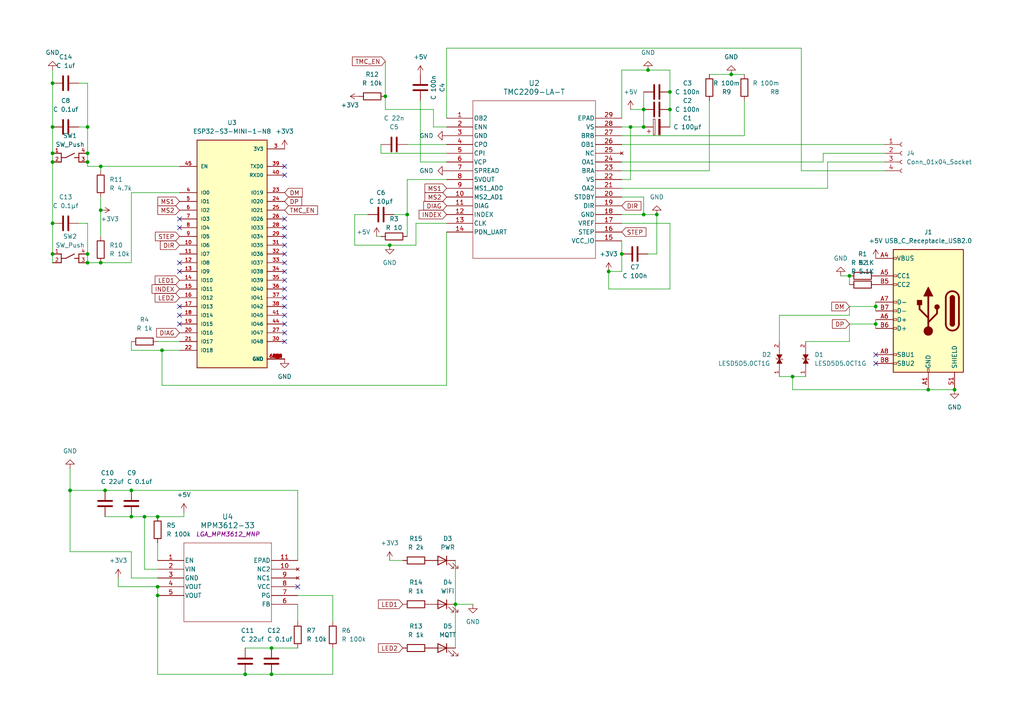
<source format=kicad_sch>
(kicad_sch (version 20230121) (generator eeschema)
  (paper "A4")
  (title_block (title "ESP 32 stepper motor driver") (date "2025-03-13") (rev "0.1"))
  (lib_symbols
    (symbol "Connector:Conn_01x04_Socket" (pin_names (offset 1.016) hide)
      (property "Reference" "J" (at 0 5.08 0))
      (property "Value" "Conn_01x04_Socket" (at 0 -7.62 0))
      (symbol "Conn_01x04_Socket_1_1"
        (arc (start 0 -4.572) (mid -0.5058 -5.08) (end 0 -5.588) (stroke (width 0.1524)))
        (arc (start 0 -2.032) (mid -0.5058 -2.54) (end 0 -3.048) (stroke (width 0.1524)))
        (polyline (pts (xy -1.27 -5.08) (xy -0.508 -5.08)) (stroke (width 0.1524)))
        (polyline (pts (xy -1.27 -2.54) (xy -0.508 -2.54)) (stroke (width 0.1524)))
        (polyline (pts (xy -1.27 0) (xy -0.508 0)) (stroke (width 0.1524)))
        (polyline (pts (xy -1.27 2.54) (xy -0.508 2.54)) (stroke (width 0.1524)))
        (arc (start 0 0.508) (mid -0.5058 0) (end 0 -0.508) (stroke (width 0.1524)))
        (arc (start 0 3.048) (mid -0.5058 2.54) (end 0 2.032) (stroke (width 0.1524)))
        (pin passive line (at -5.08 2.54 0) (length 3.81) (name "Pin_1") (number "1"))
        (pin passive line (at -5.08 0 0) (length 3.81) (name "Pin_2") (number "2"))
        (pin passive line (at -5.08 -2.54 0) (length 3.81) (name "Pin_3") (number "3"))
        (pin passive line (at -5.08 -5.08 0) (length 3.81) (name "Pin_4") (number "4"))
      )
    )
    (symbol "Connector:USB_C_Receptacle_USB2.0" (pin_names (offset 1.016))
      (property "Reference" "J" (at -10.16 19.05 0))
      (property "Value" "USB_C_Receptacle_USB2.0" (at 19.05 19.05 0))
      (symbol "USB_C_Receptacle_USB2.0_0_0"
        (rectangle (start -0.254 -17.78) (end 0.254 -16.764))
        (rectangle (start 10.16 -14.986) (end 9.144 -15.494))
        (rectangle (start 10.16 -12.446) (end 9.144 -12.954))
        (rectangle (start 10.16 -4.826) (end 9.144 -5.334))
        (rectangle (start 10.16 -2.286) (end 9.144 -2.794))
        (rectangle (start 10.16 0.254) (end 9.144 -0.254))
        (rectangle (start 10.16 2.794) (end 9.144 2.286))
        (rectangle (start 10.16 7.874) (end 9.144 7.366))
        (rectangle (start 10.16 10.414) (end 9.144 9.906))
        (rectangle (start 10.16 15.494) (end 9.144 14.986))
      )
      (symbol "USB_C_Receptacle_USB2.0_0_1"
        (rectangle (start -10.16 17.78) (end 10.16 -17.78) (stroke (width 0.254)) (fill (type background)))
        (arc (start -8.89 -3.81) (mid -6.985 -5.7067) (end -5.08 -3.81) (stroke (width 0.508)))
        (arc (start -7.62 -3.81) (mid -6.985 -4.4423) (end -6.35 -3.81) (stroke (width 0.254)))
        (arc (start -7.62 -3.81) (mid -6.985 -4.4423) (end -6.35 -3.81) (stroke (width 0.254)) (fill (type outline)))
        (rectangle (start -7.62 -3.81) (end -6.35 3.81) (stroke (width 0.254)) (fill (type outline)))
        (arc (start -6.35 3.81) (mid -6.985 4.4423) (end -7.62 3.81) (stroke (width 0.254)))
        (arc (start -6.35 3.81) (mid -6.985 4.4423) (end -7.62 3.81) (stroke (width 0.254)) (fill (type outline)))
        (arc (start -5.08 3.81) (mid -6.985 5.7067) (end -8.89 3.81) (stroke (width 0.508)))
        (circle (center -2.54 1.143) (radius 0.635) (stroke (width 0.254)) (fill (type outline)))
        (circle (center 0 -5.842) (radius 1.27) (fill (type outline)))
        (polyline (pts (xy -8.89 -3.81) (xy -8.89 3.81)) (stroke (width 0.508)))
        (polyline (pts (xy -5.08 3.81) (xy -5.08 -3.81)) (stroke (width 0.508)))
        (polyline (pts (xy 0 -5.842) (xy 0 4.318)) (stroke (width 0.508)))
        (polyline (pts (xy 0 -3.302) (xy -2.54 -0.762) (xy -2.54 0.508)) (stroke (width 0.508)))
        (polyline (pts (xy 0 -2.032) (xy 2.54 0.508) (xy 2.54 1.778)) (stroke (width 0.508)))
        (polyline (pts (xy -1.27 4.318) (xy 0 6.858) (xy 1.27 4.318) (xy -1.27 4.318)) (stroke (width 0.254)) (fill (type outline)))
        (rectangle (start 1.905 1.778) (end 3.175 3.048) (stroke (width 0.254)) (fill (type outline)))
      )
      (symbol "USB_C_Receptacle_USB2.0_1_1"
        (pin passive line (at 0 -22.86 90) (length 5.08) (name "GND") (number "A1"))
        (pin passive line (at 0 -22.86 90) (length 5.08) hide (name "GND") (number "A12"))
        (pin passive line (at 15.24 15.24 180) (length 5.08) (name "VBUS") (number "A4"))
        (pin bidirectional line (at 15.24 10.16 180) (length 5.08) (name "CC1") (number "A5"))
        (pin bidirectional line (at 15.24 -2.54 180) (length 5.08) (name "D+") (number "A6"))
        (pin bidirectional line (at 15.24 2.54 180) (length 5.08) (name "D-") (number "A7"))
        (pin bidirectional line (at 15.24 -12.7 180) (length 5.08) (name "SBU1") (number "A8"))
        (pin passive line (at 15.24 15.24 180) (length 5.08) hide (name "VBUS") (number "A9"))
        (pin passive line (at 0 -22.86 90) (length 5.08) hide (name "GND") (number "B1"))
        (pin passive line (at 0 -22.86 90) (length 5.08) hide (name "GND") (number "B12"))
        (pin passive line (at 15.24 15.24 180) (length 5.08) hide (name "VBUS") (number "B4"))
        (pin bidirectional line (at 15.24 7.62 180) (length 5.08) (name "CC2") (number "B5"))
        (pin bidirectional line (at 15.24 -5.08 180) (length 5.08) (name "D+") (number "B6"))
        (pin bidirectional line (at 15.24 0 180) (length 5.08) (name "D-") (number "B7"))
        (pin bidirectional line (at 15.24 -15.24 180) (length 5.08) (name "SBU2") (number "B8"))
        (pin passive line (at 15.24 15.24 180) (length 5.08) hide (name "VBUS") (number "B9"))
        (pin passive line (at -7.62 -22.86 90) (length 5.08) (name "SHIELD") (number "S1"))
      )
    )
    (symbol "Device:C" (pin_numbers hide) (pin_names (offset 0.254))
      (property "Reference" "C" (at 0.635 2.54 0))
      (property "Value" "C" (at 0.635 -2.54 0))
      (symbol "C_0_1"
        (polyline (pts (xy -2.032 -0.762) (xy 2.032 -0.762)) (stroke (width 0.508)))
        (polyline (pts (xy -2.032 0.762) (xy 2.032 0.762)) (stroke (width 0.508)))
      )
      (symbol "C_1_1"
        (pin passive line (at 0 3.81 270) (length 2.794) (name "~") (number "1"))
        (pin passive line (at 0 -3.81 90) (length 2.794) (name "~") (number "2"))
      )
    )
    (symbol "Device:C_Polarized" (pin_numbers hide) (pin_names (offset 0.254))
      (property "Reference" "C" (at 0.635 2.54 0))
      (property "Value" "C_Polarized" (at 0.635 -2.54 0))
      (symbol "C_Polarized_0_1"
        (rectangle (start -2.286 0.508) (end 2.286 1.016))
        (polyline (pts (xy -1.778 2.286) (xy -0.762 2.286)))
        (polyline (pts (xy -1.27 2.794) (xy -1.27 1.778)))
        (rectangle (start 2.286 -0.508) (end -2.286 -1.016) (fill (type outline)))
      )
      (symbol "C_Polarized_1_1"
        (pin passive line (at 0 3.81 270) (length 2.794) (name "~") (number "1"))
        (pin passive line (at 0 -3.81 90) (length 2.794) (name "~") (number "2"))
      )
    )
    (symbol "Device:LED" (pin_numbers hide) (pin_names (offset 1.016) hide)
      (property "Reference" "D" (at 0 2.54 0))
      (property "Value" "LED" (at 0 -2.54 0))
      (symbol "LED_0_1"
        (polyline (pts (xy -1.27 -1.27) (xy -1.27 1.27)) (stroke (width 0.254)))
        (polyline (pts (xy -1.27 0) (xy 1.27 0)))
        (polyline (pts (xy 1.27 -1.27) (xy 1.27 1.27) (xy -1.27 0) (xy 1.27 -1.27)) (stroke (width 0.254)))
        (polyline (pts (xy -3.048 -0.762) (xy -4.572 -2.286) (xy -3.81 -2.286) (xy -4.572 -2.286) (xy -4.572 -1.524)))
        (polyline (pts (xy -1.778 -0.762) (xy -3.302 -2.286) (xy -2.54 -2.286) (xy -3.302 -2.286) (xy -3.302 -1.524)))
      )
      (symbol "LED_1_1"
        (pin passive line (at -3.81 0 0) (length 2.54) (name "K") (number "1"))
        (pin passive line (at 3.81 0 180) (length 2.54) (name "A") (number "2"))
      )
    )
    (symbol "Device:R" (pin_numbers hide) (pin_names (offset 0))
      (property "Reference" "R" (at 2.032 0 90))
      (property "Value" "R" (at 0 0 90))
      (symbol "R_0_1"
        (rectangle (start -1.016 -2.54) (end 1.016 2.54) (stroke (width 0.254)))
      )
      (symbol "R_1_1"
        (pin passive line (at 0 3.81 270) (length 1.27) (name "~") (number "1"))
        (pin passive line (at 0 -3.81 90) (length 1.27) (name "~") (number "2"))
      )
    )
    (symbol "ExtraSymbolsSproxx:ESP32-S3-MINI-1-N8" (pin_names (offset 1.016))
      (property "Reference" "U" (at -10.16 34.29 0))
      (property "Value" "ESP32-S3-MINI-1-N8" (at -10.16 -35.56 0))
      (symbol "ESP32-S3-MINI-1-N8_0_0"
        (rectangle (start -10.16 -33.02) (end 10.16 33.02) (stroke (width 0.254)) (fill (type background)))
        (pin power_in line (at 15.24 -30.48 180) (length 5.08) (name "GND") (number "1"))
        (pin bidirectional line (at -15.24 2.54 0) (length 5.08) (name "IO6") (number "10"))
        (pin bidirectional line (at -15.24 0 0) (length 5.08) (name "IO7") (number "11"))
        (pin bidirectional line (at -15.24 -2.54 0) (length 5.08) (name "IO8") (number "12"))
        (pin bidirectional line (at -15.24 -5.08 0) (length 5.08) (name "IO9") (number "13"))
        (pin bidirectional line (at -15.24 -7.62 0) (length 5.08) (name "IO10") (number "14"))
        (pin bidirectional line (at -15.24 -10.16 0) (length 5.08) (name "IO11") (number "15"))
        (pin bidirectional line (at -15.24 -12.7 0) (length 5.08) (name "IO12") (number "16"))
        (pin bidirectional line (at -15.24 -15.24 0) (length 5.08) (name "IO13") (number "17"))
        (pin bidirectional line (at -15.24 -17.78 0) (length 5.08) (name "IO14") (number "18"))
        (pin bidirectional line (at -15.24 -20.32 0) (length 5.08) (name "IO15") (number "19"))
        (pin power_in line (at 15.24 -30.48 180) (length 5.08) (name "GND") (number "2"))
        (pin bidirectional line (at -15.24 -22.86 0) (length 5.08) (name "IO16") (number "20"))
        (pin bidirectional line (at -15.24 -25.4 0) (length 5.08) (name "IO17") (number "21"))
        (pin bidirectional line (at -15.24 -27.94 0) (length 5.08) (name "IO18") (number "22"))
        (pin bidirectional line (at 15.24 17.78 180) (length 5.08) (name "IO19") (number "23"))
        (pin bidirectional line (at 15.24 15.24 180) (length 5.08) (name "IO20") (number "24"))
        (pin bidirectional line (at 15.24 12.7 180) (length 5.08) (name "IO21") (number "25"))
        (pin bidirectional line (at 15.24 10.16 180) (length 5.08) (name "IO26") (number "26"))
        (pin bidirectional line (at 15.24 -22.86 180) (length 5.08) (name "IO47") (number "27"))
        (pin bidirectional line (at 15.24 7.62 180) (length 5.08) (name "IO33") (number "28"))
        (pin bidirectional line (at 15.24 5.08 180) (length 5.08) (name "IO34") (number "29"))
        (pin power_in line (at 15.24 30.48 180) (length 5.08) (name "3V3") (number "3"))
        (pin bidirectional line (at 15.24 -25.4 180) (length 5.08) (name "IO48") (number "30"))
        (pin bidirectional line (at 15.24 2.54 180) (length 5.08) (name "IO35") (number "31"))
        (pin bidirectional line (at 15.24 0 180) (length 5.08) (name "IO36") (number "32"))
        (pin bidirectional line (at 15.24 -2.54 180) (length 5.08) (name "IO37") (number "33"))
        (pin bidirectional line (at 15.24 -5.08 180) (length 5.08) (name "IO38") (number "34"))
        (pin bidirectional line (at 15.24 -7.62 180) (length 5.08) (name "IO39") (number "35"))
        (pin bidirectional line (at 15.24 -10.16 180) (length 5.08) (name "IO40") (number "36"))
        (pin bidirectional line (at 15.24 -12.7 180) (length 5.08) (name "IO41") (number "37"))
        (pin bidirectional line (at 15.24 -15.24 180) (length 5.08) (name "IO42") (number "38"))
        (pin bidirectional line (at 15.24 25.4 180) (length 5.08) (name "TXD0") (number "39"))
        (pin bidirectional line (at -15.24 17.78 0) (length 5.08) (name "IO0") (number "4"))
        (pin bidirectional line (at 15.24 22.86 180) (length 5.08) (name "RXD0") (number "40"))
        (pin bidirectional line (at 15.24 -17.78 180) (length 5.08) (name "IO45") (number "41"))
        (pin power_in line (at 15.24 -30.48 180) (length 5.08) (name "GND") (number "42"))
        (pin power_in line (at 15.24 -30.48 180) (length 5.08) (name "GND") (number "43"))
        (pin bidirectional line (at 15.24 -20.32 180) (length 5.08) (name "IO46") (number "44"))
        (pin input line (at -15.24 25.4 0) (length 5.08) (name "EN") (number "45"))
        (pin power_in line (at 15.24 -30.48 180) (length 5.08) (name "GND") (number "46"))
        (pin power_in line (at 15.24 -30.48 180) (length 5.08) (name "GND") (number "47"))
        (pin power_in line (at 15.24 -30.48 180) (length 5.08) (name "GND") (number "48"))
        (pin power_in line (at 15.24 -30.48 180) (length 5.08) (name "GND") (number "49"))
        (pin bidirectional line (at -15.24 15.24 0) (length 5.08) (name "IO1") (number "5"))
        (pin power_in line (at 15.24 -30.48 180) (length 5.08) (name "GND") (number "50"))
        (pin power_in line (at 15.24 -30.48 180) (length 5.08) (name "GND") (number "51"))
        (pin power_in line (at 15.24 -30.48 180) (length 5.08) (name "GND") (number "52"))
        (pin power_in line (at 15.24 -30.48 180) (length 5.08) (name "GND") (number "53"))
        (pin power_in line (at 15.24 -30.48 180) (length 5.08) (name "GND") (number "54"))
        (pin power_in line (at 15.24 -30.48 180) (length 5.08) (name "GND") (number "55"))
        (pin power_in line (at 15.24 -30.48 180) (length 5.08) (name "GND") (number "56"))
        (pin power_in line (at 15.24 -30.48 180) (length 5.08) (name "GND") (number "57"))
        (pin power_in line (at 15.24 -30.48 180) (length 5.08) (name "GND") (number "58"))
        (pin power_in line (at 15.24 -30.48 180) (length 5.08) (name "GND") (number "59"))
        (pin bidirectional line (at -15.24 12.7 0) (length 5.08) (name "IO2") (number "6"))
        (pin power_in line (at 15.24 -30.48 180) (length 5.08) (name "GND") (number "60"))
        (pin power_in line (at 15.24 -30.48 180) (length 5.08) (name "GND") (number "61"))
        (pin power_in line (at 15.24 -30.48 180) (length 5.08) (name "GND") (number "61_1"))
        (pin power_in line (at 15.24 -30.48 180) (length 5.08) (name "GND") (number "61_2"))
        (pin power_in line (at 15.24 -30.48 180) (length 5.08) (name "GND") (number "61_3"))
        (pin power_in line (at 15.24 -30.48 180) (length 5.08) (name "GND") (number "61_4"))
        (pin power_in line (at 15.24 -30.48 180) (length 5.08) (name "GND") (number "61_5"))
        (pin power_in line (at 15.24 -30.48 180) (length 5.08) (name "GND") (number "61_6"))
        (pin power_in line (at 15.24 -30.48 180) (length 5.08) (name "GND") (number "61_7"))
        (pin power_in line (at 15.24 -30.48 180) (length 5.08) (name "GND") (number "61_8"))
        (pin power_in line (at 15.24 -30.48 180) (length 5.08) (name "GND") (number "62"))
        (pin power_in line (at 15.24 -30.48 180) (length 5.08) (name "GND") (number "63"))
        (pin power_in line (at 15.24 -30.48 180) (length 5.08) (name "GND") (number "64"))
        (pin power_in line (at 15.24 -30.48 180) (length 5.08) (name "GND") (number "65"))
        (pin bidirectional line (at -15.24 10.16 0) (length 5.08) (name "IO3") (number "7"))
        (pin bidirectional line (at -15.24 7.62 0) (length 5.08) (name "IO4") (number "8"))
        (pin bidirectional line (at -15.24 5.08 0) (length 5.08) (name "IO5") (number "9"))
      )
    )
    (symbol "ExtraSymbolsSproxx:LESD5D5.0CT1G" (pin_names (offset 1.016))
      (property "Reference" "D" (at -5.08 2.54 0))
      (property "Value" "LESD5D5.0CT1G" (at -5.08 -5.08 0))
      (symbol "LESD5D5.0CT1G_0_0"
        (polyline (pts (xy -1.27 0) (xy -2.54 0)) (stroke (width 0.1524)))
        (polyline (pts (xy 0 -0.762) (xy -0.254 -1.016)) (stroke (width 0.1524)))
        (polyline (pts (xy 0 -0.762) (xy 0 0.762)) (stroke (width 0.1524)))
        (polyline (pts (xy 0 0.762) (xy 0.254 1.016)) (stroke (width 0.1524)))
        (polyline (pts (xy 1.27 0) (xy 2.54 0)) (stroke (width 0.1524)))
        (polyline (pts (xy 0 0) (xy -1.27 -0.762) (xy -1.27 0.762) (xy 0 0)) (stroke (width 0.1524)) (fill (type outline)))
        (polyline (pts (xy 0 0) (xy 1.27 0.762) (xy 1.27 -0.762) (xy 0 0)) (stroke (width 0.1524)) (fill (type outline)))
        (pin passive line (at -5.08 0 0) (length 2.54) (name "~") (number "1"))
        (pin passive line (at 5.08 0 180) (length 2.54) (name "~") (number "2"))
      )
    )
    (symbol "ExtraSymbolsSproxx:MPM3612GLQ-P" (pin_names (offset 0.254))
      (property "Reference" "U" (at 20.32 10.16 0))
      (property "Value" "MPM3612GLQ-P" (at 20.32 7.62 0))
      (property "Footprint" "LGA_MPM3612_MNP" (at 0 0 0))
      (symbol "MPM3612GLQ-P_0_1"
        (polyline (pts (xy 7.62 -17.78) (xy 33.02 -17.78)) (stroke (width 0.127)))
        (polyline (pts (xy 7.62 5.08) (xy 7.62 -17.78)) (stroke (width 0.127)))
        (polyline (pts (xy 33.02 -17.78) (xy 33.02 5.08)) (stroke (width 0.127)))
        (polyline (pts (xy 33.02 5.08) (xy 7.62 5.08)) (stroke (width 0.127)))
        (pin unspecified line (at 0 0 0) (length 7.62) (name "EN") (number "1"))
        (pin no_connect line (at 40.64 -2.54 180) (length 7.62) (name "NC2") (number "10"))
        (pin power_in line (at 40.64 0 180) (length 7.62) (name "EPAD") (number "11"))
        (pin power_in line (at 0 -2.54 0) (length 7.62) (name "VIN") (number "2"))
        (pin power_in line (at 0 -5.08 0) (length 7.62) (name "GND") (number "3"))
        (pin power_in line (at 0 -7.62 0) (length 7.62) (name "VOUT") (number "4"))
        (pin power_in line (at 0 -10.16 0) (length 7.62) (name "VOUT") (number "5"))
        (pin unspecified line (at 40.64 -12.7 180) (length 7.62) (name "FB") (number "6"))
        (pin output line (at 40.64 -10.16 180) (length 7.62) (name "PG") (number "7"))
        (pin power_in line (at 40.64 -7.62 180) (length 7.62) (name "VCC") (number "8"))
        (pin no_connect line (at 40.64 -5.08 180) (length 7.62) (name "NC1") (number "9"))
      )
    )
    (symbol "ExtraSymbolsSproxx:PTS810_SJM_250_SMTR_LFS" (pin_names (offset 1.016))
      (property "Reference" "SW" (at -3.81 1.27 0))
      (property "Value" "PTS810_SJM_250_SMTR_LFS" (at -5.08 -6.35 0))
      (symbol "PTS810_SJM_250_SMTR_LFS_0_0"
        (polyline (pts (xy -2.54 -2.54) (xy -5.08 -2.54)) (stroke (width 0.254)))
        (polyline (pts (xy -2.54 -1.27) (xy -2.54 -2.54)) (stroke (width 0.254)))
        (polyline (pts (xy -2.54 -1.27) (xy -1.27 -1.27)) (stroke (width 0.254)))
        (polyline (pts (xy -2.54 0) (xy -5.08 0)) (stroke (width 0.254)))
        (polyline (pts (xy -2.54 0) (xy -2.54 -1.27)) (stroke (width 0.254)))
        (polyline (pts (xy -1.27 -1.27) (xy 1.27 0)) (stroke (width 0.254)))
        (polyline (pts (xy 1.27 -1.27) (xy 2.54 -1.27)) (stroke (width 0.254)))
        (polyline (pts (xy 2.54 -2.54) (xy 5.08 -2.54)) (stroke (width 0.254)))
        (polyline (pts (xy 2.54 -1.27) (xy 2.54 -2.54)) (stroke (width 0.254)))
        (polyline (pts (xy 2.54 0) (xy 2.54 -1.27)) (stroke (width 0.254)))
        (polyline (pts (xy 2.54 0) (xy 5.08 0)) (stroke (width 0.254)))
        (pin passive line (at -5.08 0 0) (length 2.54) (name "~") (number "1"))
        (pin passive line (at -5.08 -2.54 0) (length 2.54) (name "~") (number "2"))
        (pin passive line (at 5.08 -2.54 180) (length 2.54) (name "~") (number "3"))
        (pin passive line (at 5.08 0 180) (length 2.54) (name "~") (number "4"))
      )
    )
    (symbol "ExtraSymbolsSproxx:TMC2209-LA-T" (pin_names (offset 0.254))
      (property "Reference" "U" (at 25.4 10.16 0))
      (property "Value" "TMC2209-LA-T" (at 25.4 7.62 0))
      (symbol "TMC2209-LA-T_0_1"
        (polyline (pts (xy 7.62 -40.64) (xy 43.18 -40.64)) (stroke (width 0.127)))
        (polyline (pts (xy 7.62 5.08) (xy 7.62 -40.64)) (stroke (width 0.127)))
        (polyline (pts (xy 43.18 -40.64) (xy 43.18 5.08)) (stroke (width 0.127)))
        (polyline (pts (xy 43.18 5.08) (xy 7.62 5.08)) (stroke (width 0.127)))
        (pin output line (at 0 0 0) (length 7.62) (name "OB2") (number "1"))
        (pin input line (at 0 -22.86 0) (length 7.62) (name "MS2_AD1") (number "10"))
        (pin output line (at 0 -25.4 0) (length 7.62) (name "DIAG") (number "11"))
        (pin output line (at 0 -27.94 0) (length 7.62) (name "INDEX") (number "12"))
        (pin input line (at 0 -30.48 0) (length 7.62) (name "CLK") (number "13"))
        (pin bidirectional line (at 0 -33.02 0) (length 7.62) (name "PDN_UART") (number "14"))
        (pin power_in line (at 50.8 -35.56 180) (length 7.62) (name "VCC_IO") (number "15"))
        (pin input line (at 50.8 -33.02 180) (length 7.62) (name "STEP") (number "16"))
        (pin input line (at 50.8 -30.48 180) (length 7.62) (name "VREF") (number "17"))
        (pin power_in line (at 50.8 -27.94 180) (length 7.62) (name "GND") (number "18"))
        (pin input line (at 50.8 -25.4 180) (length 7.62) (name "DIR") (number "19"))
        (pin input line (at 0 -2.54 0) (length 7.62) (name "ENN") (number "2"))
        (pin input line (at 50.8 -22.86 180) (length 7.62) (name "STDBY") (number "20"))
        (pin output line (at 50.8 -20.32 180) (length 7.62) (name "OA2") (number "21"))
        (pin power_in line (at 50.8 -17.78 180) (length 7.62) (name "VS") (number "22"))
        (pin unspecified line (at 50.8 -15.24 180) (length 7.62) (name "BRA") (number "23"))
        (pin output line (at 50.8 -12.7 180) (length 7.62) (name "OA1") (number "24"))
        (pin no_connect line (at 50.8 -10.16 180) (length 7.62) (name "NC") (number "25"))
        (pin output line (at 50.8 -7.62 180) (length 7.62) (name "OB1") (number "26"))
        (pin unspecified line (at 50.8 -5.08 180) (length 7.62) (name "BRB") (number "27"))
        (pin power_in line (at 50.8 -2.54 180) (length 7.62) (name "VS") (number "28"))
        (pin unspecified line (at 50.8 0 180) (length 7.62) (name "EPAD") (number "29"))
        (pin power_in line (at 0 -5.08 0) (length 7.62) (name "GND") (number "3"))
        (pin output line (at 0 -7.62 0) (length 7.62) (name "CPO") (number "4"))
        (pin input line (at 0 -10.16 0) (length 7.62) (name "CPI") (number "5"))
        (pin power_in line (at 0 -12.7 0) (length 7.62) (name "VCP") (number "6"))
        (pin input line (at 0 -15.24 0) (length 7.62) (name "SPREAD") (number "7"))
        (pin output line (at 0 -17.78 0) (length 7.62) (name "5VOUT") (number "8"))
        (pin input line (at 0 -20.32 0) (length 7.62) (name "MS1_AD0") (number "9"))
      )
    )
    (symbol "power:+3V3" (power) (pin_names (offset 0))
      (property "Value" "+3V3" (at 0 3.556 0))
      (symbol "+3V3_0_1"
        (polyline (pts (xy -0.762 1.27) (xy 0 2.54)))
        (polyline (pts (xy 0 0) (xy 0 2.54)))
        (polyline (pts (xy 0 2.54) (xy 0.762 1.27)))
      )
      (symbol "+3V3_1_1"
        (pin power_in line (at 0 0 90) (length 0) hide (name "+3V3") (number "1"))
      )
    )
    (symbol "power:+5V" (power) (pin_names (offset 0))
      (property "Value" "+5V" (at 0 3.556 0))
      (symbol "+5V_0_1"
        (polyline (pts (xy -0.762 1.27) (xy 0 2.54)))
        (polyline (pts (xy 0 0) (xy 0 2.54)))
        (polyline (pts (xy 0 2.54) (xy 0.762 1.27)))
      )
      (symbol "+5V_1_1"
        (pin power_in line (at 0 0 90) (length 0) hide (name "+5V") (number "1"))
      )
    )
    (symbol "power:GND" (power) (pin_names (offset 0))
      (property "Value" "GND" (at 0 -3.81 0))
      (symbol "GND_0_1"
        (polyline (pts (xy 0 0) (xy 0 -1.27) (xy 1.27 -1.27) (xy 0 -2.54) (xy -1.27 -1.27) (xy 0 -1.27)))
      )
      (symbol "GND_1_1"
        (pin power_in line (at 0 0 270) (length 0) hide (name "GND") (number "1"))
      )
    )
  )
  (junction (at 25.4 46.99))
  (junction (at 190.5 62.23))
  (junction (at 15.24 44.45))
  (junction (at 194.31 31.75))
  (junction (at 194.31 26.67))
  (junction (at 20.32 142.24))
  (junction (at 15.24 73.66))
  (junction (at 187.96 20.32))
  (junction (at 25.4 44.45))
  (junction (at 71.12 195.58))
  (junction (at 111.76 27.94))
  (junction (at 176.53 78.74))
  (junction (at 186.69 36.83))
  (junction (at 254 93.98))
  (junction (at 269.24 113.03))
  (junction (at 132.08 175.26))
  (junction (at 15.24 64.77))
  (junction (at 229.87 109.22))
  (junction (at 29.21 48.26))
  (junction (at 113.03 71.12))
  (junction (at 38.1 149.86))
  (junction (at 182.88 36.83))
  (junction (at 25.4 73.66))
  (junction (at 38.1 142.24))
  (junction (at 45.72 149.86))
  (junction (at 180.34 73.66))
  (junction (at 45.72 172.72))
  (junction (at 186.69 62.23))
  (junction (at 212.09 21.59))
  (junction (at 186.69 31.75))
  (junction (at 254 88.9))
  (junction (at 118.11 62.23))
  (junction (at 15.24 24.13))
  (junction (at 29.21 60.96))
  (junction (at 45.72 170.18))
  (junction (at 15.24 36.83))
  (junction (at 25.4 76.2))
  (junction (at 246.38 80.01))
  (junction (at 41.91 149.86))
  (junction (at 15.24 46.99))
  (junction (at 78.74 195.58))
  (junction (at 25.4 36.83))
  (junction (at 29.21 76.2))
  (junction (at 46.99 101.6))
  (junction (at 30.48 142.24))
  (junction (at 276.86 113.03))
  (junction (at 78.74 187.96))
  (no_connect (at 52.07 66.04))
  (no_connect (at 82.55 73.66))
  (no_connect (at 82.55 99.06))
  (no_connect (at 82.55 50.8))
  (no_connect (at 82.55 48.26))
  (no_connect (at 82.55 86.36))
  (no_connect (at 82.55 76.2))
  (no_connect (at 82.55 71.12))
  (no_connect (at 52.07 88.9))
  (no_connect (at 254 102.87))
  (no_connect (at 52.07 63.5))
  (no_connect (at 82.55 93.98))
  (no_connect (at 82.55 78.74))
  (no_connect (at 52.07 76.2))
  (no_connect (at 254 105.41))
  (no_connect (at 82.55 91.44))
  (no_connect (at 82.55 81.28))
  (no_connect (at 52.07 78.74))
  (no_connect (at 82.55 66.04))
  (no_connect (at 86.36 170.18))
  (no_connect (at 82.55 83.82))
  (no_connect (at 82.55 88.9))
  (no_connect (at 52.07 91.44))
  (no_connect (at 52.07 93.98))
  (no_connect (at 82.55 63.5))
  (no_connect (at 82.55 96.52))
  (no_connect (at 82.55 68.58))
  (wire (pts (xy 180.34 57.15) (xy 186.69 57.15)))
  (wire (pts (xy 41.91 149.86) (xy 41.91 165.1)))
  (wire (pts (xy 38.1 55.88) (xy 52.07 55.88)))
  (wire (pts (xy 180.34 20.32) (xy 187.96 20.32)))
  (wire (pts (xy 176.53 83.82) (xy 176.53 78.74)))
  (wire (pts (xy 229.87 109.22) (xy 233.68 109.22)))
  (wire (pts (xy 20.32 142.24) (xy 20.32 160.02)))
  (wire (pts (xy 25.4 48.26) (xy 29.21 48.26)))
  (wire (pts (xy 232.41 49.53) (xy 256.54 49.53)))
  (wire (pts (xy 246.38 88.9) (xy 254 88.9)))
  (wire (pts (xy 111.76 31.75) (xy 111.76 27.94)))
  (wire (pts (xy 29.21 60.96) (xy 29.21 57.15)))
  (wire (pts (xy 118.11 62.23) (xy 118.11 68.58)))
  (wire (pts (xy 180.34 20.32) (xy 180.34 34.29)))
  (wire (pts (xy 38.1 167.64) (xy 45.72 167.64)))
  (wire (pts (xy 38.1 101.6) (xy 38.1 99.06)))
  (wire (pts (xy 110.49 44.45) (xy 129.54 44.45)))
  (wire (pts (xy 45.72 172.72) (xy 45.72 195.58)))
  (wire (pts (xy 86.36 162.56) (xy 86.36 142.24)))
  (wire (pts (xy 25.4 44.45) (xy 25.4 46.99)))
  (wire (pts (xy 71.12 187.96) (xy 78.74 187.96)))
  (wire (pts (xy 176.53 78.74) (xy 180.34 78.74)))
  (wire (pts (xy 120.65 64.77) (xy 129.54 64.77)))
  (wire (pts (xy 137.16 175.26) (xy 132.08 175.26)))
  (wire (pts (xy 190.5 73.66) (xy 187.96 73.66)))
  (wire (pts (xy 212.09 21.59) (xy 205.74 21.59)))
  (wire (pts (xy 25.4 46.99) (xy 25.4 48.26)))
  (wire (pts (xy 233.68 99.06) (xy 246.38 99.06)))
  (wire (pts (xy 38.1 76.2) (xy 38.1 55.88)))
  (wire (pts (xy 46.99 101.6) (xy 46.99 111.76)))
  (wire (pts (xy 129.54 46.99) (xy 121.92 46.99)))
  (wire (pts (xy 194.31 64.77) (xy 194.31 83.82)))
  (wire (pts (xy 15.24 36.83) (xy 15.24 44.45)))
  (wire (pts (xy 45.72 99.06) (xy 52.07 99.06)))
  (wire (pts (xy 25.4 76.2) (xy 29.21 76.2)))
  (wire (pts (xy 129.54 34.29) (xy 129.54 13.97)))
  (wire (pts (xy 246.38 91.44) (xy 246.38 88.9)))
  (wire (pts (xy 180.34 46.99) (xy 238.76 46.99)))
  (wire (pts (xy 38.1 160.02) (xy 38.1 167.64)))
  (wire (pts (xy 15.24 46.99) (xy 15.24 64.77)))
  (wire (pts (xy 34.29 170.18) (xy 45.72 170.18)))
  (wire (pts (xy 25.4 24.13) (xy 22.86 24.13)))
  (wire (pts (xy 186.69 57.15) (xy 186.69 62.23)))
  (wire (pts (xy 229.87 113.03) (xy 229.87 109.22)))
  (wire (pts (xy 96.52 172.72) (xy 96.52 180.34)))
  (wire (pts (xy 53.34 149.86) (xy 45.72 149.86)))
  (wire (pts (xy 29.21 76.2) (xy 38.1 76.2)))
  (wire (pts (xy 41.91 149.86) (xy 45.72 149.86)))
  (wire (pts (xy 125.73 36.83) (xy 125.73 31.75)))
  (wire (pts (xy 15.24 20.32) (xy 15.24 24.13)))
  (wire (pts (xy 53.34 148.59) (xy 53.34 149.86)))
  (wire (pts (xy 34.29 167.64) (xy 34.29 170.18)))
  (wire (pts (xy 246.38 80.01) (xy 246.38 82.55)))
  (wire (pts (xy 15.24 73.66) (xy 15.24 64.77)))
  (wire (pts (xy 238.76 46.99) (xy 238.76 44.45)))
  (wire (pts (xy 190.5 62.23) (xy 190.5 73.66)))
  (wire (pts (xy 132.08 162.56) (xy 132.08 175.26)))
  (wire (pts (xy 96.52 195.58) (xy 78.74 195.58)))
  (wire (pts (xy 114.3 62.23) (xy 118.11 62.23)))
  (wire (pts (xy 22.86 36.83) (xy 25.4 36.83)))
  (wire (pts (xy 46.99 101.6) (xy 38.1 101.6)))
  (wire (pts (xy 118.11 41.91) (xy 129.54 41.91)))
  (wire (pts (xy 129.54 36.83) (xy 125.73 36.83)))
  (wire (pts (xy 25.4 64.77) (xy 22.86 64.77)))
  (wire (pts (xy 254 87.63) (xy 254 88.9)))
  (wire (pts (xy 78.74 187.96) (xy 86.36 187.96)))
  (wire (pts (xy 182.88 36.83) (xy 186.69 36.83)))
  (wire (pts (xy 186.69 26.67) (xy 186.69 31.75)))
  (wire (pts (xy 110.49 41.91) (xy 110.49 44.45)))
  (wire (pts (xy 25.4 36.83) (xy 25.4 44.45)))
  (wire (pts (xy 29.21 48.26) (xy 29.21 49.53)))
  (wire (pts (xy 71.12 195.58) (xy 78.74 195.58)))
  (wire (pts (xy 102.87 71.12) (xy 113.03 71.12)))
  (wire (pts (xy 52.07 101.6) (xy 46.99 101.6)))
  (wire (pts (xy 86.36 142.24) (xy 38.1 142.24)))
  (wire (pts (xy 180.34 62.23) (xy 186.69 62.23)))
  (wire (pts (xy 180.34 36.83) (xy 182.88 36.83)))
  (wire (pts (xy 86.36 172.72) (xy 96.52 172.72)))
  (wire (pts (xy 30.48 149.86) (xy 38.1 149.86)))
  (wire (pts (xy 194.31 26.67) (xy 194.31 31.75)))
  (wire (pts (xy 102.87 62.23) (xy 102.87 71.12)))
  (wire (pts (xy 180.34 64.77) (xy 194.31 64.77)))
  (wire (pts (xy 121.92 46.99) (xy 121.92 29.21)))
  (wire (pts (xy 113.03 162.56) (xy 116.84 162.56)))
  (wire (pts (xy 45.72 170.18) (xy 45.72 172.72)))
  (wire (pts (xy 180.34 39.37) (xy 215.9 39.37)))
  (wire (pts (xy 238.76 44.45) (xy 256.54 44.45)))
  (wire (pts (xy 180.34 73.66) (xy 180.34 78.74)))
  (wire (pts (xy 187.96 20.32) (xy 194.31 20.32)))
  (wire (pts (xy 25.4 64.77) (xy 25.4 73.66)))
  (wire (pts (xy 205.74 49.53) (xy 180.34 49.53)))
  (wire (pts (xy 120.65 71.12) (xy 120.65 64.77)))
  (wire (pts (xy 15.24 44.45) (xy 15.24 46.99)))
  (wire (pts (xy 254 92.71) (xy 254 93.98)))
  (wire (pts (xy 38.1 149.86) (xy 41.91 149.86)))
  (wire (pts (xy 180.34 54.61) (xy 240.03 54.61)))
  (wire (pts (xy 226.06 91.44) (xy 246.38 91.44)))
  (wire (pts (xy 41.91 165.1) (xy 45.72 165.1)))
  (wire (pts (xy 194.31 83.82) (xy 176.53 83.82)))
  (wire (pts (xy 45.72 195.58) (xy 71.12 195.58)))
  (wire (pts (xy 113.03 71.12) (xy 120.65 71.12)))
  (wire (pts (xy 182.88 52.07) (xy 182.88 36.83)))
  (wire (pts (xy 29.21 60.96) (xy 29.21 68.58)))
  (wire (pts (xy 129.54 13.97) (xy 232.41 13.97)))
  (wire (pts (xy 226.06 109.22) (xy 229.87 109.22)))
  (wire (pts (xy 205.74 29.21) (xy 205.74 49.53)))
  (wire (pts (xy 186.69 31.75) (xy 186.69 36.83)))
  (wire (pts (xy 118.11 52.07) (xy 129.54 52.07)))
  (wire (pts (xy 240.03 46.99) (xy 240.03 54.61)))
  (wire (pts (xy 15.24 73.66) (xy 15.24 76.2)))
  (wire (pts (xy 20.32 160.02) (xy 38.1 160.02)))
  (wire (pts (xy 118.11 52.07) (xy 118.11 62.23)))
  (wire (pts (xy 25.4 73.66) (xy 25.4 76.2)))
  (wire (pts (xy 194.31 20.32) (xy 194.31 26.67)))
  (wire (pts (xy 25.4 24.13) (xy 25.4 36.83)))
  (wire (pts (xy 110.49 68.58) (xy 109.22 68.58)))
  (wire (pts (xy 180.34 41.91) (xy 256.54 41.91)))
  (wire (pts (xy 246.38 93.98) (xy 254 93.98)))
  (wire (pts (xy 96.52 187.96) (xy 96.52 195.58)))
  (wire (pts (xy 194.31 31.75) (xy 194.31 36.83)))
  (wire (pts (xy 215.9 21.59) (xy 212.09 21.59)))
  (wire (pts (xy 232.41 13.97) (xy 232.41 49.53)))
  (wire (pts (xy 246.38 80.01) (xy 243.84 80.01)))
  (wire (pts (xy 111.76 17.78) (xy 111.76 27.94)))
  (wire (pts (xy 254 93.98) (xy 254 95.25)))
  (wire (pts (xy 186.69 31.75) (xy 182.88 31.75)))
  (wire (pts (xy 226.06 99.06) (xy 226.06 91.44)))
  (wire (pts (xy 129.54 67.31) (xy 129.54 111.76)))
  (wire (pts (xy 215.9 29.21) (xy 215.9 39.37)))
  (wire (pts (xy 254 88.9) (xy 254 90.17)))
  (wire (pts (xy 246.38 93.98) (xy 246.38 99.06)))
  (wire (pts (xy 180.34 69.85) (xy 180.34 73.66)))
  (wire (pts (xy 29.21 48.26) (xy 52.07 48.26)))
  (wire (pts (xy 20.32 142.24) (xy 30.48 142.24)))
  (wire (pts (xy 186.69 62.23) (xy 190.5 62.23)))
  (wire (pts (xy 132.08 175.26) (xy 132.08 187.96)))
  (wire (pts (xy 106.68 62.23) (xy 102.87 62.23)))
  (wire (pts (xy 46.99 111.76) (xy 129.54 111.76)))
  (wire (pts (xy 269.24 113.03) (xy 229.87 113.03)))
  (wire (pts (xy 269.24 113.03) (xy 276.86 113.03)))
  (wire (pts (xy 45.72 157.48) (xy 45.72 162.56)))
  (wire (pts (xy 180.34 52.07) (xy 182.88 52.07)))
  (wire (pts (xy 125.73 31.75) (xy 111.76 31.75)))
  (wire (pts (xy 20.32 135.89) (xy 20.32 142.24)))
  (wire (pts (xy 256.54 46.99) (xy 240.03 46.99)))
  (wire (pts (xy 15.24 24.13) (xy 15.24 36.83)))
  (wire (pts (xy 30.48 142.24) (xy 38.1 142.24)))
  (wire (pts (xy 86.36 175.26) (xy 86.36 180.34)))
  (global_label "DM" (shape input) (at 82.55 55.88 0) (property "Intersheetrefs" "${INTERSHEET_REFS}" (effects hide)))
  (global_label "INDEX" (shape input) (at 52.07 83.82 180) (property "Intersheetrefs" "${INTERSHEET_REFS}" (effects hide)))
  (global_label "DP" (shape input) (at 82.55 58.42 0) (property "Intersheetrefs" "${INTERSHEET_REFS}" (effects hide)))
  (global_label "TMC_EN" (shape input) (at 111.76 17.78 180) (property "Intersheetrefs" "${INTERSHEET_REFS}" (effects hide)))
  (global_label "DIR" (shape input) (at 180.34 59.69 0) (property "Intersheetrefs" "${INTERSHEET_REFS}" (effects hide)))
  (global_label "LED1" (shape input) (at 116.84 175.26 180) (property "Intersheetrefs" "${INTERSHEET_REFS}" (effects hide)))
  (global_label "INDEX" (shape input) (at 129.54 62.23 180) (property "Intersheetrefs" "${INTERSHEET_REFS}" (effects hide)))
  (global_label "DIR" (shape input) (at 52.07 71.12 180) (property "Intersheetrefs" "${INTERSHEET_REFS}" (effects hide)))
  (global_label "MS2" (shape input) (at 129.54 57.15 180) (property "Intersheetrefs" "${INTERSHEET_REFS}" (effects hide)))
  (global_label "DIAG" (shape input) (at 129.54 59.69 180) (property "Intersheetrefs" "${INTERSHEET_REFS}" (effects hide)))
  (global_label "LED2" (shape input) (at 116.84 187.96 180) (property "Intersheetrefs" "${INTERSHEET_REFS}" (effects hide)))
  (global_label "MS1" (shape input) (at 52.07 58.42 180) (property "Intersheetrefs" "${INTERSHEET_REFS}" (effects hide)))
  (global_label "LED2" (shape input) (at 52.07 86.36 180) (property "Intersheetrefs" "${INTERSHEET_REFS}" (effects hide)))
  (global_label "TMC_EN" (shape input) (at 82.55 60.96 0) (property "Intersheetrefs" "${INTERSHEET_REFS}" (effects hide)))
  (global_label "MS2" (shape input) (at 52.07 60.96 180) (property "Intersheetrefs" "${INTERSHEET_REFS}" (effects hide)))
  (global_label "STEP" (shape input) (at 180.34 67.31 0) (property "Intersheetrefs" "${INTERSHEET_REFS}" (effects hide)))
  (global_label "STEP" (shape input) (at 52.07 68.58 180) (property "Intersheetrefs" "${INTERSHEET_REFS}" (effects hide)))
  (global_label "DP" (shape input) (at 246.38 93.98 180) (property "Intersheetrefs" "${INTERSHEET_REFS}" (effects hide)))
  (global_label "MS1" (shape input) (at 129.54 54.61 180) (property "Intersheetrefs" "${INTERSHEET_REFS}" (effects hide)))
  (global_label "DIAG" (shape input) (at 52.07 96.52 180) (property "Intersheetrefs" "${INTERSHEET_REFS}" (effects hide)))
  (global_label "LED1" (shape input) (at 52.07 81.28 180) (property "Intersheetrefs" "${INTERSHEET_REFS}" (effects hide)))
  (global_label "DM" (shape input) (at 246.38 88.9 180) (property "Intersheetrefs" "${INTERSHEET_REFS}" (effects hide)))
  (symbol (lib_id "Device:R") (at 29.21 53.34 0) (unit 1)
    (property "Reference" "R11" (at 31.75 52.07 0) (effects (justify left)))
    (property "Value" "R 4.7k" (at 31.75 54.61 0) (effects (justify left)))
    (property "Footprint" "Resistor_SMD:R_0603_1608Metric" (effects hide))
  )
  (symbol (lib_id "Device:C") (at 121.92 25.4 180) (unit 1)
    (property "Reference" "C4" (at 128.27 25.4 90))
    (property "Value" "C 100n" (at 125.73 25.4 90))
    (property "Footprint" "ExtraModulesSproxx:Capacitor 0805" (effects hide))
  )
  (symbol (lib_id "power:+5V") (at 121.92 21.59 0) (unit 1)
    (property "Reference" "#PWR015" (effects hide))
    (property "Value" "+5V" (at 121.92 16.51 0))
  )
  (symbol (lib_id "Device:LED") (at 128.27 162.56 0) (mirror y) (unit 1)
    (property "Reference" "D3" (at 129.8575 156.21 0))
    (property "Value" "PWR" (at 129.8575 158.75 0))
    (property "Footprint" "LED_SMD:LED_0603_1608Metric" (effects hide))
  )
  (symbol (lib_id "Device:C") (at 38.1 146.05 0) (unit 1)
    (property "Reference" "C9" (at 36.83 137.16 0) (effects (justify left)))
    (property "Value" "C 0.1uf" (at 36.83 139.7 0) (effects (justify left)))
    (property "Footprint" "ExtraModulesSproxx:Capacitor 0805" (effects hide))
  )
  (symbol (lib_id "Device:R") (at 250.19 80.01 90) (mirror x) (unit 1)
    (property "Reference" "R1" (at 250.19 73.66 90))
    (property "Value" "R 5.1K" (at 250.19 76.2 90))
    (property "Footprint" "Resistor_SMD:R_0603_1608Metric" (effects hide))
  )
  (symbol (lib_id "power:+3V3") (at 176.53 78.74 0) (unit 1)
    (property "Reference" "#PWR07" (effects hide))
    (property "Value" "+3V3" (at 176.53 73.66 0))
  )
  (symbol (lib_id "Device:C") (at 30.48 146.05 0) (unit 1)
    (property "Reference" "C10" (at 29.21 137.16 0) (effects (justify left)))
    (property "Value" "C 22uf" (at 29.21 139.7 0) (effects (justify left)))
    (property "Footprint" "ExtraModulesSproxx:Capacitor 0402" (effects hide))
  )
  (symbol (lib_id "Device:R") (at 96.52 184.15 0) (unit 1)
    (property "Reference" "R6" (at 99.06 182.88 0) (effects (justify left)))
    (property "Value" "R 100k" (at 99.06 185.42 0) (effects (justify left)))
    (property "Footprint" "Resistor_SMD:R_0603_1608Metric" (effects hide))
  )
  (symbol (lib_id "Device:R") (at 205.74 25.4 180) (unit 1)
    (property "Reference" "R9" (at 212.09 26.67 0) (effects (justify left)))
    (property "Value" "R 100m" (at 214.63 24.13 0) (effects (justify left)))
    (property "Footprint" "Resistor_SMD:R_1206_3216Metric" (effects hide))
  )
  (symbol (lib_id "Device:R") (at 120.65 187.96 270) (unit 1)
    (property "Reference" "R13" (at 120.65 181.61 90))
    (property "Value" "R 1k" (at 120.65 184.15 90))
    (property "Footprint" "Resistor_SMD:R_0603_1608Metric" (effects hide))
  )
  (symbol (lib_id "power:GND") (at 212.09 21.59 180) (unit 1)
    (property "Reference" "#PWR010" (effects hide))
    (property "Value" "GND" (at 212.09 16.51 0))
  )
  (symbol (lib_id "Device:C") (at 19.05 36.83 270) (unit 1)
    (property "Reference" "C8" (at 19.05 29.21 90))
    (property "Value" "C 0.1uf" (at 19.05 31.75 90))
    (property "Footprint" "ExtraModulesSproxx:Capacitor 0805" (effects hide))
  )
  (symbol (lib_id "Device:C") (at 71.12 191.77 0) (unit 1)
    (property "Reference" "C11" (at 69.85 182.88 0) (effects (justify left)))
    (property "Value" "C 22uf" (at 69.85 185.42 0) (effects (justify left)))
    (property "Footprint" "ExtraModulesSproxx:Capacitor 0402" (effects hide))
  )
  (symbol (lib_id "power:GND") (at 20.32 135.89 180) (unit 1)
    (property "Reference" "#PWR09" (effects hide))
    (property "Value" "GND" (at 20.32 130.81 0))
  )
  (symbol (lib_id "Device:LED") (at 128.27 175.26 0) (mirror y) (unit 1)
    (property "Reference" "D4" (at 129.8575 168.91 0))
    (property "Value" "WiFi" (at 129.8575 171.45 0))
    (property "Footprint" "LED_SMD:LED_0603_1608Metric" (effects hide))
  )
  (symbol (lib_id "power:GND") (at 187.96 20.32 180) (unit 1)
    (property "Reference" "#PWR017" (effects hide))
    (property "Value" "GND" (at 187.96 15.24 0))
  )
  (symbol (lib_id "Device:R") (at 120.65 162.56 270) (unit 1)
    (property "Reference" "R15" (at 120.65 156.21 90))
    (property "Value" "R 2k" (at 120.65 158.75 90))
    (property "Footprint" "Resistor_SMD:R_0603_1608Metric" (effects hide))
  )
  (symbol (lib_id "power:GND") (at 129.54 49.53 270) (unit 1)
    (property "Reference" "#PWR020" (effects hide))
    (property "Value" "GND" (at 125.73 49.53 90) (effects (justify right)))
  )
  (symbol (lib_id "Device:R") (at 29.21 72.39 180) (unit 1)
    (property "Reference" "R10" (at 31.75 71.12 0) (effects (justify right)))
    (property "Value" "R 10k" (at 31.75 73.66 0) (effects (justify right)))
    (property "Footprint" "Resistor_SMD:R_0603_1608Metric" (effects hide))
  )
  (symbol (lib_id "ExtraSymbolsSproxx:LESD5D5.0CT1G") (at 226.06 104.14 90) (unit 1)
    (property "Reference" "D2" (at 220.98 102.87 90) (effects (justify right)))
    (property "Value" "LESD5D5.0CT1G" (at 208.28 105.41 90) (effects (justify right)))
    (property "Footprint" "ExtraModulesSproxx:TVS_LESD5D5.0CT1G" (effects hide))
    (property "MF" "Leshan Radio Co." (effects hide))
    (property "MAXIMUM_PACKAGE_HEIGHT" "0.7 mm" (effects hide))
    (property "Package" "None" (effects hide))
    (property "Price" "None" (effects hide))
    (property "Check_prices" "https://www.snapeda.com/parts/LESD5D5.0CT1G/Leshan+Radio/view-part/?ref=eda" (effects hide))
    (property "STANDARD" "Manufacturer Recommendations" (effects hide))
    (property "PARTREV" "O" (effects hide))
    (property "SnapEDA_Link" "https://www.snapeda.com/parts/LESD5D5.0CT1G/Leshan+Radio/view-part/?ref=snap" (effects hide))
    (property "MP" "LESD5D5.0CT1G" (effects hide))
    (property "Description" "\n                        \n                            Transient Voltage Suppressors for ESD Protection\n                        \n" (effects hide))
    (property "Availability" "In Stock" (effects hide))
    (property "MANUFACTURER" "LRC" (effects hide))
  )
  (symbol (lib_id "Device:R") (at 107.95 27.94 270) (unit 1)
    (property "Reference" "R12" (at 107.95 21.59 90))
    (property "Value" "R 10k" (at 107.95 24.13 90))
    (property "Footprint" "Resistor_SMD:R_0603_1608Metric" (effects hide))
  )
  (symbol (lib_id "power:GND") (at 82.55 104.14 0) (unit 1)
    (property "Reference" "#PWR01" (effects hide))
    (property "Value" "GND" (at 82.55 109.22 0))
  )
  (symbol (lib_id "Device:C") (at 114.3 41.91 90) (unit 1)
    (property "Reference" "C5" (at 114.3 36.83 90))
    (property "Value" "C 22n" (at 114.3 34.29 90))
    (property "Footprint" "ExtraModulesSproxx:Capacitor 0402" (effects hide))
  )
  (symbol (lib_id "power:GND") (at 276.86 113.03 0) (mirror y) (unit 1)
    (property "Reference" "#PWR019" (effects hide))
    (property "Value" "GND" (at 276.86 118.11 0))
  )
  (symbol (lib_id "ExtraSymbolsSproxx:PTS810_SJM_250_SMTR_LFS") (at 20.32 44.45 0) (unit 1)
    (property "Reference" "SW1" (at 20.32 39.37 0))
    (property "Value" "SW_Push" (at 20.32 41.91 0))
    (property "Footprint" "ExtraModulesSproxx:SW_PTS810_SJM_250_SMTR_LFS" (effects hide))
    (property "MF" "C&K" (effects hide))
    (property "Description" "\n                        \n                            Tactile Switch SPST-NO Top Actuated Surface Mount\n                        \n" (effects hide))
    (property "Package" "None" (effects hide))
    (property "Price" "None" (effects hide))
    (property "Check_prices" "https://www.snapeda.com/parts/PTS810%20SJM%20250%20SMTR%20LFS/C%2526K/view-part/?ref=eda" (effects hide))
    (property "STANDARD" "Manufacturer Recommendations" (effects hide))
    (property "SnapEDA_Link" "https://www.snapeda.com/parts/PTS810%20SJM%20250%20SMTR%20LFS/C%2526K/view-part/?ref=snap" (effects hide))
    (property "MP" "PTS810 SJM 250 SMTR LFS" (effects hide))
    (property "Availability" "In Stock" (effects hide))
    (property "MANUFACTURER" "CnK" (effects hide))
  )
  (symbol (lib_id "power:GND") (at 15.24 20.32 0) (mirror x) (unit 1)
    (property "Reference" "#PWR06" (effects hide))
    (property "Value" "GND" (at 15.24 15.24 0))
  )
  (symbol (lib_id "Device:C") (at 110.49 62.23 270) (unit 1)
    (property "Reference" "C6" (at 110.49 55.88 90))
    (property "Value" "C 10μf" (at 110.49 58.42 90))
    (property "Footprint" "ExtraModulesSproxx:C 0603" (effects hide))
  )
  (symbol (lib_id "Device:C") (at 190.5 26.67 270) (unit 1)
    (property "Reference" "C3" (at 199.39 24.13 90))
    (property "Value" "C 100n" (at 199.39 26.67 90))
    (property "Footprint" "ExtraModulesSproxx:Capacitor 0805" (effects hide))
  )
  (symbol (lib_id "Device:C_Polarized") (at 190.5 36.83 90) (unit 1)
    (property "Reference" "C1" (at 199.39 34.29 90))
    (property "Value" "C 100μf" (at 199.39 36.83 90))
    (property "Footprint" "Capacitor_SMD:CP_Elec_6.3x7.7" (effects hide))
  )
  (symbol (lib_id "ExtraSymbolsSproxx:TMC2209-LA-T") (at 129.54 34.29 0) (unit 1)
    (property "Reference" "U2" (at 154.94 24.13 0) (effects (font (size 1.524 1.524))))
    (property "Value" "TMC2209-LA-T" (at 154.94 26.67 0) (effects (font (size 1.524 1.524))))
    (property "Footprint" "QFN28_5X5_3X8_EPAD_TRI" (effects hide))
    (property "Datasheet" "TMC2209-LA-T" (effects hide))
  )
  (symbol (lib_id "Device:R") (at 120.65 175.26 270) (unit 1)
    (property "Reference" "R14" (at 120.65 168.91 90))
    (property "Value" "R 1k" (at 120.65 171.45 90))
    (property "Footprint" "Resistor_SMD:R_0603_1608Metric" (effects hide))
  )
  (symbol (lib_id "power:+3V3") (at 82.55 43.18 0) (unit 1)
    (property "Reference" "#PWR04" (effects hide))
    (property "Value" "+3V3" (at 82.55 38.1 0))
  )
  (symbol (lib_id "Device:C") (at 190.5 31.75 270) (unit 1)
    (property "Reference" "C2" (at 199.39 29.21 90))
    (property "Value" "C 100n" (at 199.39 31.75 90))
    (property "Footprint" "ExtraModulesSproxx:Capacitor 0805" (effects hide))
  )
  (symbol (lib_id "ExtraSymbolsSproxx:ESP32-S3-MINI-1-N8") (at 67.31 73.66 0) (unit 1)
    (property "Reference" "U3" (at 67.31 35.56 0))
    (property "Value" "ESP32-S3-MINI-1-N8" (at 67.31 38.1 0))
    (property "Footprint" "ExtraModulesSproxx:XCVR_ESP32-S3-MINI-1-N8" (effects hide))
    (property "MF" "Espressif Systems" (effects hide))
    (property "MAXIMUM_PACKAGE_HEIGHT" "2.55mm" (effects hide))
    (property "Package" "None" (effects hide))
    (property "Price" "None" (effects hide))
    (property "Check_prices" "https://www.snapeda.com/parts/ESP32-S3-MINI-1-N8/Espressif+Systems/view-part/?ref=eda" (effects hide))
    (property "STANDARD" "Manufacturer Recommendations" (effects hide))
    (property "PARTREV" "v0.6" (effects hide))
    (property "SnapEDA_Link" "https://www.snapeda.com/parts/ESP32-S3-MINI-1-N8/Espressif+Systems/view-part/?ref=snap" (effects hide))
    (property "MP" "ESP32-S3-MINI-1-N8" (effects hide))
    (property "Description" "\n                        \n                            Bluetooth, WiFi 802.11b/g/n, Bluetooth v5.0 Transceiver Module 2.4GHz PCB Trace Surface Mount\n                        \n" (effects hide))
    (property "Availability" "In Stock" (effects hide))
    (property "MANUFACTURER" "Espressif" (effects hide))
  )
  (symbol (lib_id "power:GND") (at 113.03 71.12 0) (unit 1)
    (property "Reference" "#PWR016" (effects hide))
    (property "Value" "GND" (at 113.03 76.2 0))
  )
  (symbol (lib_id "power:+5V") (at 182.88 31.75 0) (unit 1)
    (property "Reference" "#PWR03" (effects hide))
    (property "Value" "+5V" (at 182.88 26.67 0))
  )
  (symbol (lib_id "Device:C") (at 19.05 64.77 270) (unit 1)
    (property "Reference" "C13" (at 19.05 57.15 90))
    (property "Value" "C 0.1μf" (at 19.05 59.69 90))
    (property "Footprint" "ExtraModulesSproxx:Capacitor 0805" (effects hide))
  )
  (symbol (lib_id "Connector:USB_C_Receptacle_USB2.0") (at 269.24 90.17 0) (mirror y) (unit 1)
    (property "Reference" "J1" (at 269.24 67.31 0))
    (property "Value" "USB_C_Receptacle_USB2.0" (at 269.24 69.85 0))
    (property "Footprint" "Connector_USB:USB_C_Receptacle_G-Switch_GT-USB-7010ASV" (effects hide))
    (property "Datasheet" "https://www.usb.org/sites/default/files/documents/usb_type-c.zip" (effects hide))
  )
  (symbol (lib_id "power:GND") (at 137.16 175.26 0) (mirror y) (unit 1)
    (property "Reference" "#PWR023" (effects hide))
    (property "Value" "GND" (at 137.16 180.34 0))
  )
  (symbol (lib_id "power:+5V") (at 53.34 148.59 0) (unit 1)
    (property "Reference" "#PWR08" (effects hide))
    (property "Value" "+5V" (at 53.34 143.51 0))
  )
  (symbol (lib_id "ExtraSymbolsSproxx:PTS810_SJM_250_SMTR_LFS") (at 20.32 73.66 0) (unit 1)
    (property "Reference" "SW2" (at 20.32 68.58 0))
    (property "Value" "SW_Push" (at 20.32 71.12 0))
    (property "Footprint" "ExtraModulesSproxx:SW_PTS810_SJM_250_SMTR_LFS" (effects hide))
    (property "MF" "C&K" (effects hide))
    (property "Description" "\n                        \n                            Tactile Switch SPST-NO Top Actuated Surface Mount\n                        \n" (effects hide))
    (property "Package" "None" (effects hide))
    (property "Price" "None" (effects hide))
    (property "Check_prices" "https://www.snapeda.com/parts/PTS810%20SJM%20250%20SMTR%20LFS/C%2526K/view-part/?ref=eda" (effects hide))
    (property "STANDARD" "Manufacturer Recommendations" (effects hide))
    (property "SnapEDA_Link" "https://www.snapeda.com/parts/PTS810%20SJM%20250%20SMTR%20LFS/C%2526K/view-part/?ref=snap" (effects hide))
    (property "MP" "PTS810 SJM 250 SMTR LFS" (effects hide))
    (property "Availability" "In Stock" (effects hide))
    (property "MANUFACTURER" "CnK" (effects hide))
  )
  (symbol (lib_id "power:+3V3") (at 104.14 27.94 90) (mirror x) (unit 1)
    (property "Reference" "#PWR022" (effects hide))
    (property "Value" "+3V3" (at 104.14 30.48 90) (effects (justify left)))
  )
  (symbol (lib_id "power:GND") (at 243.84 80.01 0) (mirror x) (unit 1)
    (property "Reference" "#PWR018" (effects hide))
    (property "Value" "GND" (at 243.84 74.93 0))
  )
  (symbol (lib_id "power:+5V") (at 109.22 68.58 0) (unit 1)
    (property "Reference" "#PWR014" (effects hide))
    (property "Value" "+5V" (at 105.41 67.31 0))
  )
  (symbol (lib_id "Device:R") (at 45.72 153.67 0) (unit 1)
    (property "Reference" "R5" (at 48.26 152.4 0) (effects (justify left)))
    (property "Value" "R 100k" (at 48.26 154.94 0) (effects (justify left)))
    (property "Footprint" "Resistor_SMD:R_0603_1608Metric" (effects hide))
  )
  (symbol (lib_id "Device:C") (at 19.05 24.13 270) (unit 1)
    (property "Reference" "C14" (at 19.05 16.51 90))
    (property "Value" "C 1uf" (at 19.05 19.05 90))
    (property "Footprint" "ExtraModulesSproxx:Capacitor 0805" (effects hide))
  )
  (symbol (lib_id "power:+3V3") (at 34.29 167.64 0) (unit 1)
    (property "Reference" "#PWR05" (effects hide))
    (property "Value" "+3V3" (at 34.29 162.56 0))
  )
  (symbol (lib_id "power:+5V") (at 254 74.93 0) (unit 1)
    (property "Reference" "#PWR02" (effects hide))
    (property "Value" "+5V" (at 254 69.85 0))
  )
  (symbol (lib_id "Device:R") (at 86.36 184.15 0) (unit 1)
    (property "Reference" "R7" (at 88.9 182.88 0) (effects (justify left)))
    (property "Value" "R 10k" (at 88.9 185.42 0) (effects (justify left)))
    (property "Footprint" "Resistor_SMD:R_0603_1608Metric" (effects hide))
  )
  (symbol (lib_id "Device:C") (at 78.74 191.77 0) (unit 1)
    (property "Reference" "C12" (at 77.47 182.88 0) (effects (justify left)))
    (property "Value" "C 0.1uf" (at 77.47 185.42 0) (effects (justify left)))
    (property "Footprint" "ExtraModulesSproxx:Capacitor 0805" (effects hide))
  )
  (symbol (lib_id "Device:R") (at 250.19 82.55 90) (mirror x) (unit 1)
    (property "Reference" "R2" (at 250.19 76.2 90))
    (property "Value" "R 5.1K" (at 250.19 78.74 90))
    (property "Footprint" "Resistor_SMD:R_0603_1608Metric" (effects hide))
  )
  (symbol (lib_id "Device:C") (at 184.15 73.66 270) (unit 1)
    (property "Reference" "C7" (at 184.15 77.47 90))
    (property "Value" "C 100n" (at 184.15 80.01 90))
    (property "Footprint" "ExtraModulesSproxx:Capacitor 0805" (effects hide))
  )
  (symbol (lib_id "Device:R") (at 41.91 99.06 270) (unit 1)
    (property "Reference" "R4" (at 41.91 92.71 90))
    (property "Value" "R 1k" (at 41.91 95.25 90))
    (property "Footprint" "Resistor_SMD:R_0603_1608Metric" (effects hide))
  )
  (symbol (lib_id "ExtraSymbolsSproxx:LESD5D5.0CT1G") (at 233.68 104.14 90) (unit 1)
    (property "Reference" "D1" (at 236.22 102.87 90) (effects (justify right)))
    (property "Value" "LESD5D5.0CT1G" (at 236.22 105.41 90) (effects (justify right)))
    (property "Footprint" "ExtraModulesSproxx:TVS_LESD5D5.0CT1G" (effects hide))
    (property "MF" "Leshan Radio Co." (effects hide))
    (property "MAXIMUM_PACKAGE_HEIGHT" "0.7 mm" (effects hide))
    (property "Package" "None" (effects hide))
    (property "Price" "None" (effects hide))
    (property "Check_prices" "https://www.snapeda.com/parts/LESD5D5.0CT1G/Leshan+Radio/view-part/?ref=eda" (effects hide))
    (property "STANDARD" "Manufacturer Recommendations" (effects hide))
    (property "PARTREV" "O" (effects hide))
    (property "SnapEDA_Link" "https://www.snapeda.com/parts/LESD5D5.0CT1G/Leshan+Radio/view-part/?ref=snap" (effects hide))
    (property "MP" "LESD5D5.0CT1G" (effects hide))
    (property "Description" "\n                        \n                            Transient Voltage Suppressors for ESD Protection\n                        \n" (effects hide))
    (property "Availability" "In Stock" (effects hide))
    (property "MANUFACTURER" "LRC" (effects hide))
  )
  (symbol (lib_id "power:GND") (at 129.54 39.37 270) (unit 1)
    (property "Reference" "#PWR012" (effects hide))
    (property "Value" "GND" (at 125.73 39.37 90) (effects (justify right)))
  )
  (symbol (lib_id "power:+3V3") (at 29.21 60.96 270) (unit 1)
    (property "Reference" "#PWR011" (effects hide))
    (property "Value" "+3V3" (at 29.21 63.5 90) (effects (justify left)))
  )
  (symbol (lib_id "power:GND") (at 190.5 62.23 180) (unit 1)
    (property "Reference" "#PWR013" (effects hide))
    (property "Value" "GND" (at 190.5 57.15 0))
  )
  (symbol (lib_id "Device:LED") (at 128.27 187.96 0) (mirror y) (unit 1)
    (property "Reference" "D5" (at 129.8575 181.61 0))
    (property "Value" "MQTT" (at 129.8575 184.15 0))
    (property "Footprint" "LED_SMD:LED_0603_1608Metric" (effects hide))
  )
  (symbol (lib_id "Connector:Conn_01x04_Socket") (at 261.62 44.45 0) (unit 1)
    (property "Reference" "J4" (at 262.89 44.45 0) (effects (justify left)))
    (property "Value" "Conn_01x04_Socket" (at 262.89 46.99 0) (effects (justify left)))
    (property "Footprint" "Connector_JST:JST_EH_B4B-EH-A_1x04_P2.50mm_Vertical" (effects hide))
  )
  (symbol (lib_id "Device:R") (at 114.3 68.58 270) (unit 1)
    (property "Reference" "R3" (at 114.3 63.5 90))
    (property "Value" "R 10" (at 114.3 66.04 90))
    (property "Footprint" "Resistor_SMD:R_2512_6332Metric" (effects hide))
  )
  (symbol (lib_id "ExtraSymbolsSproxx:MPM3612GLQ-P") (at 45.72 162.56 0) (unit 1)
    (property "Reference" "U4" (at 66.04 149.86 0) (effects (font (size 1.524 1.524))))
    (property "Value" "MPM3612-33" (at 66.04 152.4 0) (effects (font (size 1.524 1.524))))
    (property "Footprint" "LGA_MPM3612_MNP" (at 66.04 154.94 0) (effects (font italic)))
    (property "Datasheet" "MPM3612GLQ-P" (effects hide))
  )
  (symbol (lib_id "Device:R") (at 215.9 25.4 180) (unit 1)
    (property "Reference" "R8" (at 226.06 26.67 0) (effects (justify left)))
    (property "Value" "R 100m" (at 226.06 24.13 0) (effects (justify left)))
    (property "Footprint" "Resistor_SMD:R_1206_3216Metric" (effects hide))
  )
  (symbol (lib_id "power:+3V3") (at 113.03 162.56 0) (unit 1)
    (property "Reference" "#PWR024" (effects hide))
    (property "Value" "+3V3" (at 113.03 157.48 0))
  )
)
</source>
